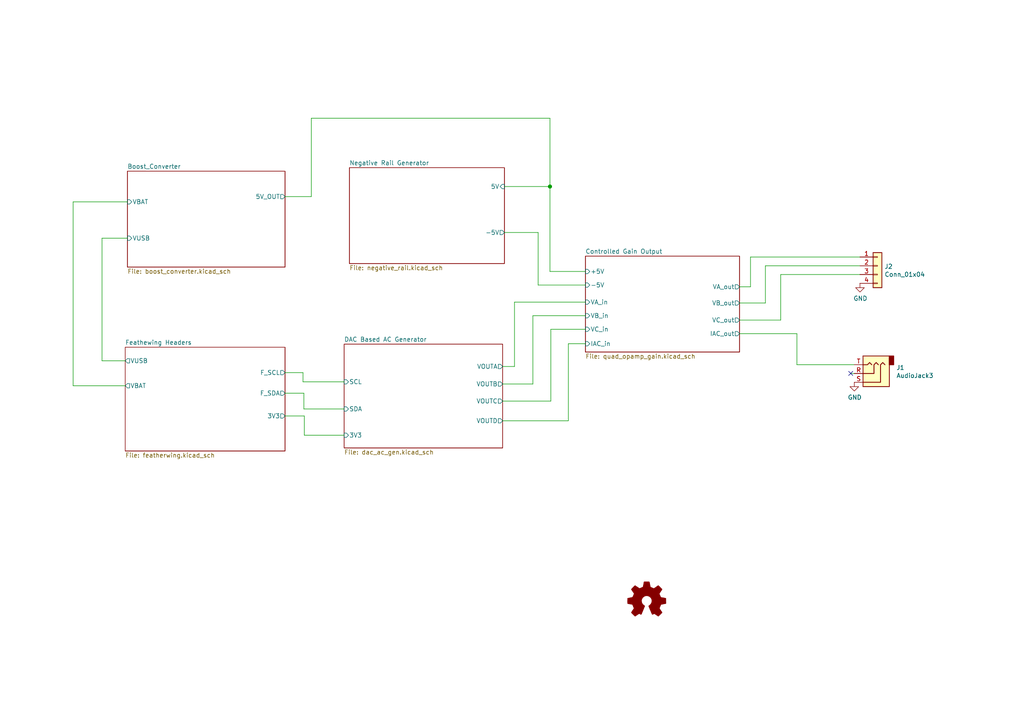
<source format=kicad_sch>
(kicad_sch (version 20210621) (generator eeschema)
  (paper "A4")
  (lib_symbols
    (symbol "Connector:AudioJack3"
      (property "Reference" "J" (at 0 8.89 0))
      (property "Value" "AudioJack3" (at 0 6.35 0))
      (symbol "AudioJack3_0_1"
        (rectangle (start -5.08 -5.08) (end -6.35 -2.54) (stroke (width 0.254)) (fill (type outline)))
        (polyline (pts (xy 0 -2.54) (xy 0.635 -3.175) (xy 1.27 -2.54) (xy 2.54 -2.54)) (stroke (width 0.254)))
        (polyline (pts (xy -1.905 -2.54) (xy -1.27 -3.175) (xy -0.635 -2.54) (xy -0.635 0) (xy 2.54 0)) (stroke (width 0.254)))
        (polyline (pts (xy 2.54 2.54) (xy -2.54 2.54) (xy -2.54 -2.54) (xy -3.175 -3.175) (xy -3.81 -2.54)) (stroke (width 0.254)))
        (rectangle (start 2.54 3.81) (end -5.08 -5.08) (stroke (width 0.254)) (fill (type background)))
      )
      (symbol "AudioJack3_1_1"
        (pin passive line (at 5.08 0 180) (length 2.54) (name "~") (number "R"))
        (pin passive line (at 5.08 2.54 180) (length 2.54) (name "~") (number "S"))
        (pin passive line (at 5.08 -2.54 180) (length 2.54) (name "~") (number "T"))
      )
    )
    (symbol "Connector_Generic:Conn_01x04" (pin_names (offset 1.016) hide)
      (property "Reference" "J" (at 0 5.08 0))
      (property "Value" "Conn_01x04" (at 0 -7.62 0))
      (symbol "Conn_01x04_1_1"
        (rectangle (start -1.27 -4.953) (end 0 -5.207) (stroke (width 0.1524)))
        (rectangle (start -1.27 -2.413) (end 0 -2.667) (stroke (width 0.1524)))
        (rectangle (start -1.27 0.127) (end 0 -0.127) (stroke (width 0.1524)))
        (rectangle (start -1.27 2.667) (end 0 2.413) (stroke (width 0.1524)))
        (rectangle (start -1.27 3.81) (end 1.27 -6.35) (stroke (width 0.254)) (fill (type background)))
        (pin passive line (at -5.08 2.54 0) (length 3.81) (name "Pin_1") (number "1"))
        (pin passive line (at -5.08 0 0) (length 3.81) (name "Pin_2") (number "2"))
        (pin passive line (at -5.08 -2.54 0) (length 3.81) (name "Pin_3") (number "3"))
        (pin passive line (at -5.08 -5.08 0) (length 3.81) (name "Pin_4") (number "4"))
      )
    )
    (symbol "Graphic:Logo_Open_Hardware_Small" (pin_names (offset 1.016))
      (symbol "Logo_Open_Hardware_Small_0_1"
        (polyline (pts (xy 3.3528 -4.3434) (xy 3.302 -4.318) (xy 3.175 -4.2418) (xy 2.9972 -4.1148) (xy 2.7686 -3.9624) (xy 2.54 -3.81) (xy 2.3622 -3.7084) (xy 2.2352 -3.6068) (xy 2.1844 -3.5814) (xy 2.159 -3.6068) (xy 2.0574 -3.6576) (xy 1.905 -3.7338) (xy 1.8034 -3.7846) (xy 1.6764 -3.8354) (xy 1.6002 -3.8354) (xy 1.6002 -3.8354) (xy 1.5494 -3.7338) (xy 1.4732 -3.5306) (xy 1.3462 -3.302) (xy 1.2446 -3.0226) (xy 1.1176 -2.7178) (xy 0.9652 -2.413) (xy 0.8636 -2.1082) (xy 0.7366 -1.8288) (xy 0.6604 -1.6256) (xy 0.6096 -1.4732) (xy 0.5842 -1.397) (xy 0.5842 -1.397) (xy 0.6604 -1.3208) (xy 0.7874 -1.2446) (xy 1.0414 -1.016) (xy 1.2954 -0.6858) (xy 1.4478 -0.3302) (xy 1.524 0.0762) (xy 1.4732 0.4572) (xy 1.3208 0.8128) (xy 1.0668 1.143) (xy 0.762 1.3716) (xy 0.4064 1.524) (xy 0 1.5748) (xy -0.381 1.5494) (xy -0.7366 1.397) (xy -1.0668 1.143) (xy -1.2192 0.9906) (xy -1.397 0.6604) (xy -1.524 0.3048) (xy -1.524 0.2286) (xy -1.4986 -0.1778) (xy -1.397 -0.5334) (xy -1.1938 -0.8636) (xy -0.9144 -1.143) (xy -0.8636 -1.1684) (xy -0.7366 -1.27) (xy -0.635 -1.3462) (xy -0.5842 -1.397) (xy -1.0668 -2.5908) (xy -1.143 -2.794) (xy -1.2954 -3.1242) (xy -1.397 -3.4036) (xy -1.4986 -3.6322) (xy -1.5748 -3.7846) (xy -1.6002 -3.8354) (xy -1.6002 -3.8354) (xy -1.651 -3.8354) (xy -1.7272 -3.81) (xy -1.905 -3.7338) (xy -2.0066 -3.683) (xy -2.1336 -3.6068) (xy -2.2098 -3.5814) (xy -2.2606 -3.6068) (xy -2.3622 -3.683) (xy -2.54 -3.81) (xy -2.7686 -3.9624) (xy -2.9718 -4.0894) (xy -3.1496 -4.2164) (xy -3.302 -4.318) (xy -3.3528 -4.3434) (xy -3.3782 -4.3434) (xy -3.429 -4.318) (xy -3.5306 -4.2164) (xy -3.7084 -4.064) (xy -3.937 -3.8354) (xy -3.9624 -3.81) (xy -4.1656 -3.6068) (xy -4.318 -3.4544) (xy -4.4196 -3.3274) (xy -4.445 -3.2766) (xy -4.445 -3.2766) (xy -4.4196 -3.2258) (xy -4.318 -3.0734) (xy -4.2164 -2.8956) (xy -4.064 -2.667) (xy -3.6576 -2.0828) (xy -3.8862 -1.5494) (xy -3.937 -1.3716) (xy -4.0386 -1.1684) (xy -4.0894 -1.0414) (xy -4.1148 -0.9652) (xy -4.191 -0.9398) (xy -4.318 -0.9144) (xy -4.5466 -0.8636) (xy -4.8006 -0.8128) (xy -5.0546 -0.7874) (xy -5.2578 -0.7366) (xy -5.4356 -0.7112) (xy -5.5118 -0.6858) (xy -5.5118 -0.6858) (xy -5.5372 -0.635) (xy -5.5372 -0.5588) (xy -5.5372 -0.4318) (xy -5.5626 -0.2286) (xy -5.5626 0.0762) (xy -5.5626 0.127) (xy -5.5372 0.4064) (xy -5.5372 0.635) (xy -5.5372 0.762) (xy -5.5372 0.8382) (xy -5.5372 0.8382) (xy -5.461 0.8382) (xy -5.3086 0.889) (xy -5.08 0.9144) (xy -4.826 0.9652) (xy -4.8006 0.9906) (xy -4.5466 1.0414) (xy -4.318 1.0668) (xy -4.1656 1.1176) (xy -4.0894 1.143) (xy -4.0894 1.143) (xy -4.0386 1.2446) (xy -3.9624 1.4224) (xy -3.8608 1.6256) (xy -3.7846 1.8288) (xy -3.7084 2.0066) (xy -3.6576 2.159) (xy -3.6322 2.2098) (xy -3.6322 2.2098) (xy -3.683 2.286) (xy -3.7592 2.413) (xy -3.8862 2.5908) (xy -4.064 2.8194) (xy -4.064 2.8448) (xy -4.2164 3.0734) (xy -4.3434 3.2512) (xy -4.4196 3.3782) (xy -4.445 3.4544) (xy -4.445 3.4544) (xy -4.3942 3.5052) (xy -4.2926 3.6322) (xy -4.1148 3.81) (xy -3.937 4.0132) (xy -3.8608 4.064) (xy -3.6576 4.2926) (xy -3.5052 4.4196) (xy -3.4036 4.4958) (xy -3.3528 4.5212) (xy -3.3528 4.5212) (xy -3.302 4.4704) (xy -3.1496 4.3688) (xy -2.9718 4.2418) (xy -2.7432 4.0894) (xy -2.7178 4.0894) (xy -2.4892 3.937) (xy -2.3114 3.81) (xy -2.1844 3.7084) (xy -2.1336 3.683) (xy -2.1082 3.683) (xy -2.032 3.7084) (xy -1.8542 3.7592) (xy -1.6764 3.8354) (xy -1.4732 3.937) (xy -1.27 4.0132) (xy -1.143 4.064) (xy -1.0668 4.1148) (xy -1.0668 4.1148) (xy -1.0414 4.191) (xy -1.016 4.3434) (xy -0.9652 4.572) (xy -0.9144 4.8514) (xy -0.889 4.9022) (xy -0.8382 5.1562) (xy -0.8128 5.3848) (xy -0.7874 5.5372) (xy -0.762 5.588) (xy -0.7112 5.6134) (xy -0.5842 5.6134) (xy -0.4064 5.6134) (xy -0.1524 5.6134) (xy 0.0762 5.6134) (xy 0.3302 5.6134) (xy 0.5334 5.6134) (xy 0.6858 5.588) (xy 0.7366 5.588) (xy 0.7366 5.588) (xy 0.762 5.5118) (xy 0.8128 5.334) (xy 0.8382 5.1054) (xy 0.9144 4.826) (xy 0.9144 4.7752) (xy 0.9652 4.5212) (xy 1.016 4.2926) (xy 1.0414 4.1402) (xy 1.0668 4.0894) (xy 1.0668 4.0894) (xy 1.1938 4.0386) (xy 1.3716 3.9624) (xy 1.5748 3.8608) (xy 2.0828 3.6576) (xy 2.7178 4.0894) (xy 2.7686 4.1402) (xy 2.9972 4.2926) (xy 3.175 4.4196) (xy 3.302 4.4958) (xy 3.3782 4.5212) (xy 3.3782 4.5212) (xy 3.429 4.4704) (xy 3.556 4.3434) (xy 3.7338 4.191) (xy 3.9116 3.9878) (xy 4.064 3.8354) (xy 4.2418 3.6576) (xy 4.3434 3.556) (xy 4.4196 3.4798) (xy 4.4196 3.429) (xy 4.4196 3.4036) (xy 4.3942 3.3274) (xy 4.2926 3.2004) (xy 4.1656 2.9972) (xy 4.0132 2.794) (xy 3.8862 2.5908) (xy 3.7592 2.3876) (xy 3.6576 2.2352) (xy 3.6322 2.159) (xy 3.6322 2.1336) (xy 3.683 2.0066) (xy 3.7592 1.8288) (xy 3.8608 1.6002) (xy 4.064 1.1176) (xy 4.3942 1.0414) (xy 4.5974 1.016) (xy 4.8768 0.9652) (xy 5.1308 0.9144) (xy 5.5372 0.8382) (xy 5.5626 -0.6604) (xy 5.4864 -0.6858) (xy 5.4356 -0.6858) (xy 5.2832 -0.7366) (xy 5.0546 -0.762) (xy 4.8006 -0.8128) (xy 4.5974 -0.8636) (xy 4.3688 -0.9144) (xy 4.2164 -0.9398) (xy 4.1402 -0.9398) (xy 4.1148 -0.9652) (xy 4.064 -1.0668) (xy 3.9878 -1.2446) (xy 3.9116 -1.4478) (xy 3.81 -1.651) (xy 3.7338 -1.8542) (xy 3.683 -2.0066) (xy 3.6576 -2.0828) (xy 3.683 -2.1336) (xy 3.7846 -2.2606) (xy 3.8862 -2.4638) (xy 4.0386 -2.667) (xy 4.191 -2.8956) (xy 4.318 -3.0734) (xy 4.3942 -3.2004) (xy 4.445 -3.2766) (xy 4.4196 -3.3274) (xy 4.3434 -3.429) (xy 4.1656 -3.5814) (xy 3.937 -3.8354) (xy 3.8862 -3.8608) (xy 3.683 -4.064) (xy 3.5306 -4.2164) (xy 3.4036 -4.318) (xy 3.3528 -4.3434)) (fill (type outline)))
      )
    )
    (symbol "power:GND" (power) (pin_names (offset 0))
      (property "Value" "GND" (at 0 -3.81 0))
      (symbol "GND_0_1"
        (polyline (pts (xy 0 0) (xy 0 -1.27) (xy 1.27 -1.27) (xy 0 -2.54) (xy -1.27 -1.27) (xy 0 -1.27)))
      )
      (symbol "GND_1_1"
        (pin power_in line (at 0 0 270) (length 0) hide (name "GND") (number "1"))
      )
    )
  )
  (junction (at 159.512 54.102) (diameter 1.016))
  (no_connect (at 246.7356 108.3056))
  (wire (pts (xy 169.799 99.695) (xy 164.846 99.695)))
  (wire (pts (xy 247.777 108.331) (xy 246.7356 108.331)))
  (wire (pts (xy 154.559 91.567) (xy 169.799 91.567)))
  (wire (pts (xy 36.957 58.547) (xy 21.209 58.547)))
  (wire (pts (xy 249.428 79.629) (xy 226.441 79.629)))
  (wire (pts (xy 159.512 34.29) (xy 159.512 54.102)))
  (wire (pts (xy 221.996 77.089) (xy 249.428 77.089)))
  (wire (pts (xy 249.428 74.549) (xy 217.678 74.549)))
  (wire (pts (xy 156.083 67.437) (xy 156.083 82.677)))
  (wire (pts (xy 88.265 126.238) (xy 99.822 126.238)))
  (wire (pts (xy 226.441 79.629) (xy 226.441 92.837)))
  (wire (pts (xy 87.884 110.744) (xy 87.884 108.077)))
  (wire (pts (xy 159.512 78.74) (xy 159.512 54.102)))
  (wire (pts (xy 159.766 95.504) (xy 159.766 116.332)))
  (wire (pts (xy 169.799 87.63) (xy 149.225 87.63)))
  (wire (pts (xy 82.677 114.046) (xy 88.138 114.046)))
  (wire (pts (xy 90.297 34.29) (xy 159.512 34.29)))
  (wire (pts (xy 99.822 110.744) (xy 87.884 110.744)))
  (wire (pts (xy 82.677 57.023) (xy 90.297 57.023)))
  (wire (pts (xy 247.777 105.791) (xy 231.14 105.791)))
  (wire (pts (xy 87.884 108.077) (xy 82.677 108.077)))
  (wire (pts (xy 21.209 111.887) (xy 36.322 111.887)))
  (wire (pts (xy 145.796 122.047) (xy 164.846 122.047)))
  (wire (pts (xy 159.512 54.102) (xy 146.304 54.102)))
  (wire (pts (xy 217.678 83.185) (xy 214.503 83.185)))
  (wire (pts (xy 217.678 74.549) (xy 217.678 83.185)))
  (wire (pts (xy 214.503 87.884) (xy 221.996 87.884)))
  (wire (pts (xy 159.766 116.332) (xy 145.796 116.332)))
  (wire (pts (xy 226.441 92.837) (xy 214.503 92.837)))
  (wire (pts (xy 82.677 120.65) (xy 88.265 120.65)))
  (wire (pts (xy 154.559 91.567) (xy 154.559 111.379)))
  (wire (pts (xy 149.225 106.299) (xy 145.796 106.299)))
  (wire (pts (xy 246.7356 108.3056) (xy 246.7356 108.331)))
  (wire (pts (xy 36.322 104.648) (xy 29.591 104.648)))
  (wire (pts (xy 145.796 111.379) (xy 154.559 111.379)))
  (wire (pts (xy 231.14 105.791) (xy 231.14 96.774)))
  (wire (pts (xy 169.799 82.677) (xy 156.083 82.677)))
  (wire (pts (xy 29.591 69.088) (xy 36.957 69.088)))
  (wire (pts (xy 88.138 118.618) (xy 99.822 118.618)))
  (wire (pts (xy 156.083 67.437) (xy 146.304 67.437)))
  (wire (pts (xy 231.14 96.774) (xy 214.503 96.774)))
  (wire (pts (xy 149.225 87.63) (xy 149.225 106.299)))
  (wire (pts (xy 169.799 95.504) (xy 159.766 95.504)))
  (wire (pts (xy 88.265 120.65) (xy 88.265 126.238)))
  (wire (pts (xy 221.996 87.884) (xy 221.996 77.089)))
  (wire (pts (xy 164.846 122.047) (xy 164.846 99.695)))
  (wire (pts (xy 169.799 78.74) (xy 159.512 78.74)))
  (wire (pts (xy 90.297 57.023) (xy 90.297 34.29)))
  (wire (pts (xy 29.591 104.648) (xy 29.591 69.088)))
  (wire (pts (xy 88.138 114.046) (xy 88.138 118.618)))
  (wire (pts (xy 21.209 58.547) (xy 21.209 111.887)))
  (symbol (lib_id "power:GND") (at 249.428 82.169 0) (unit 1)
    (property "Reference" "#PWR08" (effects hide))
    (property "Value" "GND" (at 249.555 86.5632 0))
  )
  (symbol (lib_id "power:GND") (at 247.777 110.871 0) (unit 1)
    (property "Reference" "#PWR09" (effects hide))
    (property "Value" "GND" (at 247.904 115.2652 0))
  )
  (symbol (lib_id "Connector_Generic:Conn_01x04") (at 254.508 77.089 0) (unit 1)
    (property "Reference" "J2" (at 256.54 77.2922 0) (effects (justify left)))
    (property "Value" "Conn_01x04" (at 256.54 79.6036 0) (effects (justify left)))
    (property "Footprint" "Connector_Molex:Molex_Nano-Fit_105314-xx04_2x02_P2.50mm_Horizontal" (effects hide))
    (property "manf#" "105314-1204" (effects hide))
  )
  (symbol (lib_id "Connector:AudioJack3") (at 252.857 108.331 180) (unit 1)
    (property "Reference" "J1" (at 259.969 106.6292 0) (effects (justify right)))
    (property "Value" "AudioJack3" (at 259.969 108.9406 0) (effects (justify right)))
    (property "Footprint" "Connector_Audio:Jack_3.5mm_CUI_SJ-3523-SMT_Horizontal" (effects hide))
    (property "manf#" "SJ-3523-SMT-TR" (effects hide))
  )
  (symbol (lib_id "Graphic:Logo_Open_Hardware_Small") (at 187.579 174.371 0) (unit 1)
    (property "Reference" "LOGO1" (effects hide))
    (property "Value" "Logo_Open_Hardware_Small" (effects hide))
    (property "Footprint" "Symbol:OSHW-Logo2_7.3x6mm_SilkScreen" (effects hide))
    (property "DNP" " " (effects hide))
  )
  (sheet (at 36.957 49.657) (size 45.72 27.813)
    (property "Sheet name" "Boost_Converter" (at 36.957 49.0215 0) (effects (justify left bottom)))
    (property "Sheet file" "boost_converter.kicad_sch" (at 36.957 77.9785 0) (effects (justify left top)))
    (pin "VBAT" input (at 36.957 58.547 180))
    (pin "5V_OUT" output (at 82.677 57.023 0))
    (pin "VUSB" input (at 36.957 69.088 180))
  )
  (sheet (at 101.346 48.641) (size 44.958 27.813)
    (property "Sheet name" "Negative Rail Generator" (at 101.346 48.0055 0) (effects (justify left bottom)))
    (property "Sheet file" "negative_rail.kicad_sch" (at 101.346 76.9625 0) (effects (justify left top)))
    (pin "5V" input (at 146.304 54.102 0))
    (pin "-5V" output (at 146.304 67.437 0))
  )
  (sheet (at 169.799 74.295) (size 44.704 27.813)
    (property "Sheet name" "Controlled Gain Output" (at 169.799 73.6595 0) (effects (justify left bottom)))
    (property "Sheet file" "quad_opamp_gain.kicad_sch" (at 169.799 102.6165 0) (effects (justify left top)))
    (pin "+5V" input (at 169.799 78.74 180))
    (pin "-5V" input (at 169.799 82.677 180))
    (pin "VA_out" output (at 214.503 83.185 0))
    (pin "VB_out" output (at 214.503 87.884 0))
    (pin "VC_out" output (at 214.503 92.837 0))
    (pin "IAC_out" output (at 214.503 96.774 0))
    (pin "VA_in" input (at 169.799 87.63 180))
    (pin "VB_in" input (at 169.799 91.567 180))
    (pin "VC_in" input (at 169.799 95.504 180))
    (pin "IAC_in" input (at 169.799 99.695 180))
  )
  (sheet (at 99.822 99.822) (size 45.974 30.099)
    (property "Sheet name" "DAC Based AC Generator" (at 99.822 99.1865 0) (effects (justify left bottom)))
    (property "Sheet file" "dac_ac_gen.kicad_sch" (at 99.822 130.4295 0) (effects (justify left top)))
    (pin "VOUTA" output (at 145.796 106.299 0))
    (pin "VOUTB" output (at 145.796 111.379 0))
    (pin "VOUTC" output (at 145.796 116.332 0))
    (pin "VOUTD" output (at 145.796 122.047 0))
    (pin "SCL" input (at 99.822 110.744 180))
    (pin "SDA" input (at 99.822 118.618 180))
    (pin "3V3" input (at 99.822 126.238 180))
  )
  (sheet (at 36.322 100.711) (size 46.355 30.099)
    (property "Sheet name" "Feathewing Headers" (at 36.322 100.0755 0) (effects (justify left bottom)))
    (property "Sheet file" "featherwing.kicad_sch" (at 36.322 131.3185 0) (effects (justify left top)))
    (pin "F_SCL" output (at 82.677 108.077 0))
    (pin "F_SDA" output (at 82.677 114.046 0))
    (pin "VBAT" output (at 36.322 111.887 180))
    (pin "VUSB" output (at 36.322 104.648 180))
    (pin "3V3" output (at 82.677 120.65 0))
  )
)
</source>
